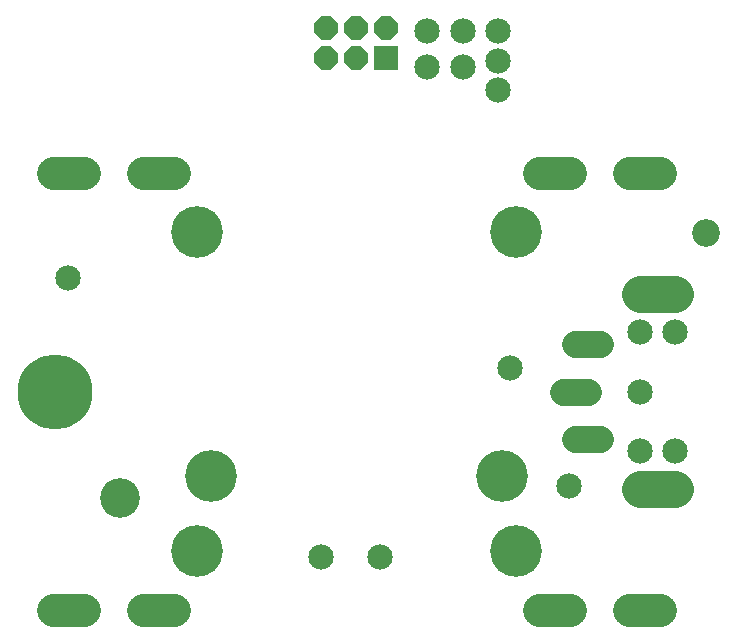
<source format=gbs>
G75*
%MOIN*%
%OFA0B0*%
%FSLAX24Y24*%
%IPPOS*%
%LPD*%
%AMOC8*
5,1,8,0,0,1.08239X$1,22.5*
%
%ADD10C,0.1320*%
%ADD11C,0.2501*%
%ADD12C,0.0887*%
%ADD13C,0.1241*%
%ADD14R,0.0800X0.0800*%
%ADD15OC8,0.0800*%
%ADD16C,0.1110*%
%ADD17C,0.0847*%
%ADD18C,0.1720*%
%ADD19C,0.0926*%
%ADD20C,0.1721*%
D10*
X006086Y010416D03*
D11*
X003920Y013960D03*
D12*
X020849Y013960D02*
X021676Y013960D01*
X022070Y015534D02*
X021243Y015534D01*
X021243Y012385D02*
X022070Y012385D01*
D13*
X023408Y010711D02*
X024589Y010711D01*
X024589Y017208D02*
X023408Y017208D01*
D14*
X014960Y025074D03*
D15*
X013960Y025074D03*
X012960Y025074D03*
X012960Y026074D03*
X013960Y026074D03*
X014960Y026074D03*
D16*
X004885Y006676D02*
X003835Y006676D01*
X006835Y006676D02*
X007885Y006676D01*
X020035Y006676D02*
X021085Y006676D01*
X023035Y006676D02*
X024085Y006676D01*
X024085Y021243D02*
X023035Y021243D01*
X021085Y021243D02*
X020035Y021243D01*
X007885Y021243D02*
X006835Y021243D01*
X004885Y021243D02*
X003835Y021243D01*
D17*
X004353Y017739D03*
X016322Y024786D03*
X017503Y024786D03*
X018684Y024983D03*
X018684Y023999D03*
X018684Y025967D03*
X017503Y025967D03*
X016322Y025967D03*
X023408Y015928D03*
X024589Y015928D03*
X023408Y013960D03*
X023408Y011991D03*
X024589Y011991D03*
X021046Y010810D03*
X019078Y014747D03*
X014747Y008448D03*
X012778Y008448D03*
D18*
X009101Y011154D03*
X018818Y011154D03*
D19*
X025623Y019245D03*
D20*
X019274Y019274D03*
X008645Y019274D03*
X008645Y008645D03*
X019274Y008645D03*
M02*

</source>
